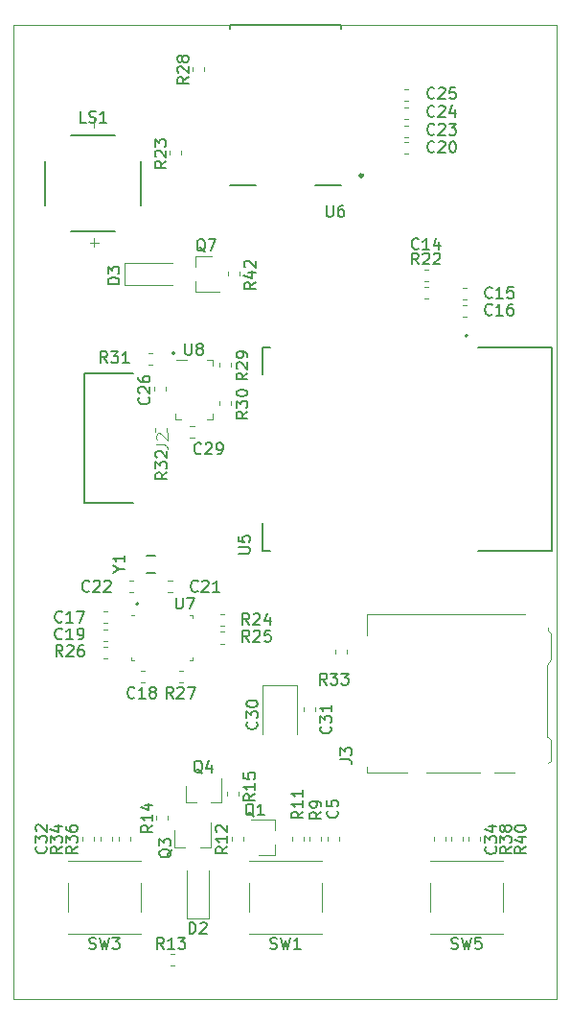
<source format=gto>
G04 #@! TF.GenerationSoftware,KiCad,Pcbnew,5.1.8-db9833491~88~ubuntu20.04.1*
G04 #@! TF.CreationDate,2020-12-09T06:14:29+01:00*
G04 #@! TF.ProjectId,v1,76312e6b-6963-4616-945f-706362585858,rev?*
G04 #@! TF.SameCoordinates,Original*
G04 #@! TF.FileFunction,Legend,Top*
G04 #@! TF.FilePolarity,Positive*
%FSLAX46Y46*%
G04 Gerber Fmt 4.6, Leading zero omitted, Abs format (unit mm)*
G04 Created by KiCad (PCBNEW 5.1.8-db9833491~88~ubuntu20.04.1) date 2020-12-09 06:14:29*
%MOMM*%
%LPD*%
G01*
G04 APERTURE LIST*
%ADD10C,0.200000*%
G04 #@! TA.AperFunction,Profile*
%ADD11C,0.050000*%
G04 #@! TD*
%ADD12C,0.120000*%
%ADD13C,0.127000*%
%ADD14C,0.300000*%
%ADD15C,0.150000*%
%ADD16C,0.015000*%
G04 APERTURE END LIST*
D10*
X134200000Y-101000000D02*
G75*
G03*
X134200000Y-101000000I-100000J0D01*
G01*
X131000000Y-123100000D02*
G75*
G03*
X131000000Y-123100000I-100000J0D01*
G01*
D11*
X120000000Y-72000000D02*
X168000000Y-72000000D01*
X120000000Y-72000000D02*
X120000000Y-158000000D01*
X168000000Y-158000000D02*
X168000000Y-72000000D01*
X120000000Y-158000000D02*
X168000000Y-158000000D01*
D12*
X138890000Y-94171267D02*
X138890000Y-93828733D01*
X139910000Y-94171267D02*
X139910000Y-93828733D01*
D13*
X130500000Y-102800000D02*
X126200000Y-102800000D01*
X126200000Y-102800000D02*
X126200000Y-114200000D01*
X126200000Y-114200000D02*
X130500000Y-114200000D01*
X132450000Y-118850000D02*
X131750000Y-118850000D01*
X132450000Y-120350000D02*
X131750000Y-120350000D01*
D12*
X137050000Y-101600000D02*
X137550000Y-101600000D01*
X137550000Y-101600000D02*
X137550000Y-102100000D01*
X137550000Y-106300000D02*
X137550000Y-106800000D01*
X137550000Y-106800000D02*
X137050000Y-106800000D01*
X134750000Y-106800000D02*
X134250000Y-106800000D01*
X134250000Y-106800000D02*
X134250000Y-106300000D01*
X134350000Y-101600000D02*
X135300000Y-101600000D01*
X135810000Y-124090000D02*
X135810000Y-124350000D01*
X135810000Y-124090000D02*
X135550000Y-124090000D01*
X135810000Y-128110000D02*
X135810000Y-127850000D01*
X135810000Y-128110000D02*
X135550000Y-128110000D01*
X130390000Y-124090000D02*
X130650000Y-124090000D01*
X130390000Y-128110000D02*
X130390000Y-127850000D01*
X130390000Y-128110000D02*
X130650000Y-128110000D01*
D13*
X148875000Y-86175000D02*
X146650000Y-86175000D01*
X141350000Y-86175000D02*
X139125000Y-86175000D01*
X148875000Y-72400000D02*
X148875000Y-72025000D01*
X148875000Y-72025000D02*
X139125000Y-72025000D01*
X139125000Y-72025000D02*
X139125000Y-72400000D01*
D14*
X150800000Y-85300000D02*
G75*
G03*
X150800000Y-85300000I-100000J0D01*
G01*
D10*
X160100000Y-99450000D02*
G75*
G03*
X160100000Y-99450000I-100000J0D01*
G01*
D13*
X142650000Y-100450000D02*
X142000000Y-100450000D01*
X142000000Y-100450000D02*
X142000000Y-102900000D01*
X142000000Y-116000000D02*
X142000000Y-118450000D01*
X142000000Y-118450000D02*
X142650000Y-118450000D01*
X161000000Y-100450000D02*
X167500000Y-100450000D01*
X167500000Y-100450000D02*
X167500000Y-118450000D01*
X167500000Y-118450000D02*
X161000000Y-118450000D01*
D12*
X163230000Y-145770000D02*
X163230000Y-145800000D01*
X163230000Y-152230000D02*
X163230000Y-152200000D01*
X156770000Y-152230000D02*
X156770000Y-152200000D01*
X156770000Y-145800000D02*
X156770000Y-145770000D01*
X163230000Y-147700000D02*
X163230000Y-150300000D01*
X156770000Y-145770000D02*
X163230000Y-145770000D01*
X156770000Y-147700000D02*
X156770000Y-150300000D01*
X156770000Y-152230000D02*
X163230000Y-152230000D01*
X131230000Y-145770000D02*
X131230000Y-145800000D01*
X131230000Y-152230000D02*
X131230000Y-152200000D01*
X124770000Y-152230000D02*
X124770000Y-152200000D01*
X124770000Y-145800000D02*
X124770000Y-145770000D01*
X131230000Y-147700000D02*
X131230000Y-150300000D01*
X124770000Y-145770000D02*
X131230000Y-145770000D01*
X124770000Y-147700000D02*
X124770000Y-150300000D01*
X124770000Y-152230000D02*
X131230000Y-152230000D01*
X147230000Y-145770000D02*
X147230000Y-145800000D01*
X147230000Y-152230000D02*
X147230000Y-152200000D01*
X140770000Y-152230000D02*
X140770000Y-152200000D01*
X140770000Y-145800000D02*
X140770000Y-145770000D01*
X147230000Y-147700000D02*
X147230000Y-150300000D01*
X140770000Y-145770000D02*
X147230000Y-145770000D01*
X140770000Y-147700000D02*
X140770000Y-150300000D01*
X140770000Y-152230000D02*
X147230000Y-152230000D01*
X160190000Y-143971267D02*
X160190000Y-143628733D01*
X161210000Y-143971267D02*
X161210000Y-143628733D01*
X159660000Y-143628733D02*
X159660000Y-143971267D01*
X158640000Y-143628733D02*
X158640000Y-143971267D01*
X129290000Y-143971267D02*
X129290000Y-143628733D01*
X130310000Y-143971267D02*
X130310000Y-143628733D01*
X128710000Y-143628733D02*
X128710000Y-143971267D01*
X127690000Y-143628733D02*
X127690000Y-143971267D01*
X149410000Y-127128733D02*
X149410000Y-127471267D01*
X148390000Y-127128733D02*
X148390000Y-127471267D01*
X132490000Y-107971267D02*
X132490000Y-107628733D01*
X133510000Y-107971267D02*
X133510000Y-107628733D01*
X132271267Y-102010000D02*
X131928733Y-102010000D01*
X132271267Y-100990000D02*
X131928733Y-100990000D01*
X138190000Y-105571267D02*
X138190000Y-105228733D01*
X139210000Y-105571267D02*
X139210000Y-105228733D01*
X139210000Y-101828733D02*
X139210000Y-102171267D01*
X138190000Y-101828733D02*
X138190000Y-102171267D01*
X136810000Y-75728733D02*
X136810000Y-76071267D01*
X135790000Y-75728733D02*
X135790000Y-76071267D01*
X134921267Y-130060000D02*
X134578733Y-130060000D01*
X134921267Y-129040000D02*
X134578733Y-129040000D01*
X127928733Y-126890000D02*
X128271267Y-126890000D01*
X127928733Y-127910000D02*
X128271267Y-127910000D01*
X138596267Y-126610000D02*
X138253733Y-126610000D01*
X138596267Y-125590000D02*
X138253733Y-125590000D01*
X138571267Y-125060000D02*
X138228733Y-125060000D01*
X138571267Y-124040000D02*
X138228733Y-124040000D01*
X133790000Y-83471267D02*
X133790000Y-83128733D01*
X134810000Y-83471267D02*
X134810000Y-83128733D01*
X156621267Y-96210000D02*
X156278733Y-96210000D01*
X156621267Y-95190000D02*
X156278733Y-95190000D01*
X139860000Y-139678733D02*
X139860000Y-140021267D01*
X138840000Y-139678733D02*
X138840000Y-140021267D01*
X132590000Y-142121267D02*
X132590000Y-141778733D01*
X133610000Y-142121267D02*
X133610000Y-141778733D01*
X133803733Y-153990000D02*
X134146267Y-153990000D01*
X133803733Y-155010000D02*
X134146267Y-155010000D01*
X139240000Y-143971267D02*
X139240000Y-143628733D01*
X140260000Y-143971267D02*
X140260000Y-143628733D01*
X144590000Y-143971267D02*
X144590000Y-143628733D01*
X145610000Y-143971267D02*
X145610000Y-143628733D01*
X146140000Y-143971267D02*
X146140000Y-143628733D01*
X147160000Y-143971267D02*
X147160000Y-143628733D01*
X136040000Y-92420000D02*
X136040000Y-93350000D01*
X136040000Y-95580000D02*
X136040000Y-94650000D01*
X136040000Y-95580000D02*
X138200000Y-95580000D01*
X136040000Y-92420000D02*
X137500000Y-92420000D01*
X135170000Y-140660000D02*
X136100000Y-140660000D01*
X138330000Y-140660000D02*
X137400000Y-140660000D01*
X138330000Y-140660000D02*
X138330000Y-138500000D01*
X135170000Y-140660000D02*
X135170000Y-139200000D01*
X134220000Y-144560000D02*
X135150000Y-144560000D01*
X137380000Y-144560000D02*
X136450000Y-144560000D01*
X137380000Y-144560000D02*
X137380000Y-142400000D01*
X134220000Y-144560000D02*
X134220000Y-143100000D01*
X143110000Y-145280000D02*
X143110000Y-144350000D01*
X143110000Y-142120000D02*
X143110000Y-143050000D01*
X143110000Y-142120000D02*
X140950000Y-142120000D01*
X143110000Y-145280000D02*
X141650000Y-145280000D01*
D13*
X128930000Y-90250000D02*
X125070000Y-90250000D01*
X131250000Y-84070000D02*
X131250000Y-87930000D01*
X125070000Y-81750000D02*
X128930000Y-81750000D01*
X122750000Y-87930000D02*
X122750000Y-84070000D01*
D12*
X151165000Y-125925000D02*
X151165000Y-124005000D01*
X151165000Y-124005000D02*
X165175000Y-124005000D01*
X151165000Y-137525000D02*
X151165000Y-137975000D01*
X151165000Y-137975000D02*
X154775000Y-137975000D01*
X167435000Y-125685000D02*
X167435000Y-127995000D01*
X167435000Y-136945000D02*
X167435000Y-135085000D01*
X167435000Y-136945000D02*
X167235000Y-137145000D01*
X156475000Y-137975000D02*
X161175000Y-137975000D01*
X162475000Y-137975000D02*
X164275000Y-137975000D01*
X167085000Y-134875000D02*
X167085000Y-128505000D01*
X167085000Y-134875000D02*
X167235000Y-134875000D01*
X167435000Y-135085000D02*
X167235000Y-134875000D01*
X167435000Y-125685000D02*
X167235000Y-125485000D01*
X167235000Y-125485000D02*
X167235000Y-125225000D01*
X167435000Y-127995000D02*
X167085000Y-128505000D01*
X134050000Y-93000000D02*
X129750000Y-93000000D01*
X129750000Y-93000000D02*
X129750000Y-95000000D01*
X129750000Y-95000000D02*
X134050000Y-95000000D01*
X135250000Y-146600000D02*
X135250000Y-150900000D01*
X135250000Y-150900000D02*
X137250000Y-150900000D01*
X137250000Y-150900000D02*
X137250000Y-146600000D01*
X158110000Y-143628733D02*
X158110000Y-143971267D01*
X157090000Y-143628733D02*
X157090000Y-143971267D01*
X127110000Y-143628733D02*
X127110000Y-143971267D01*
X126090000Y-143628733D02*
X126090000Y-143971267D01*
X146610000Y-132228733D02*
X146610000Y-132571267D01*
X145590000Y-132228733D02*
X145590000Y-132571267D01*
X145010000Y-134650000D02*
X145010000Y-130265000D01*
X145010000Y-130265000D02*
X141990000Y-130265000D01*
X141990000Y-130265000D02*
X141990000Y-134650000D01*
X135578733Y-107440000D02*
X135921267Y-107440000D01*
X135578733Y-108460000D02*
X135921267Y-108460000D01*
X132440000Y-104321267D02*
X132440000Y-103978733D01*
X133460000Y-104321267D02*
X133460000Y-103978733D01*
X154528733Y-77690000D02*
X154871267Y-77690000D01*
X154528733Y-78710000D02*
X154871267Y-78710000D01*
X154528733Y-79290000D02*
X154871267Y-79290000D01*
X154528733Y-80310000D02*
X154871267Y-80310000D01*
X154528733Y-80890000D02*
X154871267Y-80890000D01*
X154528733Y-81910000D02*
X154871267Y-81910000D01*
X130228733Y-121090000D02*
X130571267Y-121090000D01*
X130228733Y-122110000D02*
X130571267Y-122110000D01*
X133971267Y-122110000D02*
X133628733Y-122110000D01*
X133971267Y-121090000D02*
X133628733Y-121090000D01*
X154528733Y-82390000D02*
X154871267Y-82390000D01*
X154528733Y-83410000D02*
X154871267Y-83410000D01*
X127928733Y-125340000D02*
X128271267Y-125340000D01*
X127928733Y-126360000D02*
X128271267Y-126360000D01*
X131521267Y-130060000D02*
X131178733Y-130060000D01*
X131521267Y-129040000D02*
X131178733Y-129040000D01*
X127928733Y-123790000D02*
X128271267Y-123790000D01*
X127928733Y-124810000D02*
X128271267Y-124810000D01*
X159678733Y-96790000D02*
X160021267Y-96790000D01*
X159678733Y-97810000D02*
X160021267Y-97810000D01*
X159678733Y-95240000D02*
X160021267Y-95240000D01*
X159678733Y-96260000D02*
X160021267Y-96260000D01*
X156278733Y-93590000D02*
X156621267Y-93590000D01*
X156278733Y-94610000D02*
X156621267Y-94610000D01*
X148710000Y-143628733D02*
X148710000Y-143971267D01*
X147690000Y-143628733D02*
X147690000Y-143971267D01*
D15*
X141352380Y-94742857D02*
X140876190Y-95076190D01*
X141352380Y-95314285D02*
X140352380Y-95314285D01*
X140352380Y-94933333D01*
X140400000Y-94838095D01*
X140447619Y-94790476D01*
X140542857Y-94742857D01*
X140685714Y-94742857D01*
X140780952Y-94790476D01*
X140828571Y-94838095D01*
X140876190Y-94933333D01*
X140876190Y-95314285D01*
X140685714Y-93885714D02*
X141352380Y-93885714D01*
X140304761Y-94123809D02*
X141019047Y-94361904D01*
X141019047Y-93742857D01*
X140447619Y-93409523D02*
X140400000Y-93361904D01*
X140352380Y-93266666D01*
X140352380Y-93028571D01*
X140400000Y-92933333D01*
X140447619Y-92885714D01*
X140542857Y-92838095D01*
X140638095Y-92838095D01*
X140780952Y-92885714D01*
X141352380Y-93457142D01*
X141352380Y-92838095D01*
D16*
X132577480Y-109064333D02*
X133291766Y-109064333D01*
X133434623Y-109111952D01*
X133529861Y-109207190D01*
X133577480Y-109350047D01*
X133577480Y-109445285D01*
X132672719Y-108635761D02*
X132625100Y-108588142D01*
X132577480Y-108492904D01*
X132577480Y-108254809D01*
X132625100Y-108159571D01*
X132672719Y-108111952D01*
X132767957Y-108064333D01*
X132863195Y-108064333D01*
X133006052Y-108111952D01*
X133577480Y-108683380D01*
X133577480Y-108064333D01*
D15*
X129276190Y-120026190D02*
X129752380Y-120026190D01*
X128752380Y-120359523D02*
X129276190Y-120026190D01*
X128752380Y-119692857D01*
X129752380Y-118835714D02*
X129752380Y-119407142D01*
X129752380Y-119121428D02*
X128752380Y-119121428D01*
X128895238Y-119216666D01*
X128990476Y-119311904D01*
X129038095Y-119407142D01*
X135138095Y-100152380D02*
X135138095Y-100961904D01*
X135185714Y-101057142D01*
X135233333Y-101104761D01*
X135328571Y-101152380D01*
X135519047Y-101152380D01*
X135614285Y-101104761D01*
X135661904Y-101057142D01*
X135709523Y-100961904D01*
X135709523Y-100152380D01*
X136328571Y-100580952D02*
X136233333Y-100533333D01*
X136185714Y-100485714D01*
X136138095Y-100390476D01*
X136138095Y-100342857D01*
X136185714Y-100247619D01*
X136233333Y-100200000D01*
X136328571Y-100152380D01*
X136519047Y-100152380D01*
X136614285Y-100200000D01*
X136661904Y-100247619D01*
X136709523Y-100342857D01*
X136709523Y-100390476D01*
X136661904Y-100485714D01*
X136614285Y-100533333D01*
X136519047Y-100580952D01*
X136328571Y-100580952D01*
X136233333Y-100628571D01*
X136185714Y-100676190D01*
X136138095Y-100771428D01*
X136138095Y-100961904D01*
X136185714Y-101057142D01*
X136233333Y-101104761D01*
X136328571Y-101152380D01*
X136519047Y-101152380D01*
X136614285Y-101104761D01*
X136661904Y-101057142D01*
X136709523Y-100961904D01*
X136709523Y-100771428D01*
X136661904Y-100676190D01*
X136614285Y-100628571D01*
X136519047Y-100580952D01*
X134338095Y-122552380D02*
X134338095Y-123361904D01*
X134385714Y-123457142D01*
X134433333Y-123504761D01*
X134528571Y-123552380D01*
X134719047Y-123552380D01*
X134814285Y-123504761D01*
X134861904Y-123457142D01*
X134909523Y-123361904D01*
X134909523Y-122552380D01*
X135290476Y-122552380D02*
X135957142Y-122552380D01*
X135528571Y-123552380D01*
X147637165Y-87951712D02*
X147637165Y-88762224D01*
X147684842Y-88857578D01*
X147732520Y-88905255D01*
X147827874Y-88952932D01*
X148018582Y-88952932D01*
X148113937Y-88905255D01*
X148161614Y-88857578D01*
X148209291Y-88762224D01*
X148209291Y-87951712D01*
X149115157Y-87951712D02*
X148924448Y-87951712D01*
X148829094Y-87999390D01*
X148781417Y-88047067D01*
X148686062Y-88190098D01*
X148638385Y-88380807D01*
X148638385Y-88762224D01*
X148686062Y-88857578D01*
X148733740Y-88905255D01*
X148829094Y-88952932D01*
X149019802Y-88952932D01*
X149115157Y-88905255D01*
X149162834Y-88857578D01*
X149210511Y-88762224D01*
X149210511Y-88523838D01*
X149162834Y-88428484D01*
X149115157Y-88380807D01*
X149019802Y-88333130D01*
X148829094Y-88333130D01*
X148733740Y-88380807D01*
X148686062Y-88428484D01*
X148638385Y-88523838D01*
X139852380Y-118661904D02*
X140661904Y-118661904D01*
X140757142Y-118614285D01*
X140804761Y-118566666D01*
X140852380Y-118471428D01*
X140852380Y-118280952D01*
X140804761Y-118185714D01*
X140757142Y-118138095D01*
X140661904Y-118090476D01*
X139852380Y-118090476D01*
X139852380Y-117138095D02*
X139852380Y-117614285D01*
X140328571Y-117661904D01*
X140280952Y-117614285D01*
X140233333Y-117519047D01*
X140233333Y-117280952D01*
X140280952Y-117185714D01*
X140328571Y-117138095D01*
X140423809Y-117090476D01*
X140661904Y-117090476D01*
X140757142Y-117138095D01*
X140804761Y-117185714D01*
X140852380Y-117280952D01*
X140852380Y-117519047D01*
X140804761Y-117614285D01*
X140757142Y-117661904D01*
X158666666Y-153504761D02*
X158809523Y-153552380D01*
X159047619Y-153552380D01*
X159142857Y-153504761D01*
X159190476Y-153457142D01*
X159238095Y-153361904D01*
X159238095Y-153266666D01*
X159190476Y-153171428D01*
X159142857Y-153123809D01*
X159047619Y-153076190D01*
X158857142Y-153028571D01*
X158761904Y-152980952D01*
X158714285Y-152933333D01*
X158666666Y-152838095D01*
X158666666Y-152742857D01*
X158714285Y-152647619D01*
X158761904Y-152600000D01*
X158857142Y-152552380D01*
X159095238Y-152552380D01*
X159238095Y-152600000D01*
X159571428Y-152552380D02*
X159809523Y-153552380D01*
X160000000Y-152838095D01*
X160190476Y-153552380D01*
X160428571Y-152552380D01*
X161285714Y-152552380D02*
X160809523Y-152552380D01*
X160761904Y-153028571D01*
X160809523Y-152980952D01*
X160904761Y-152933333D01*
X161142857Y-152933333D01*
X161238095Y-152980952D01*
X161285714Y-153028571D01*
X161333333Y-153123809D01*
X161333333Y-153361904D01*
X161285714Y-153457142D01*
X161238095Y-153504761D01*
X161142857Y-153552380D01*
X160904761Y-153552380D01*
X160809523Y-153504761D01*
X160761904Y-153457142D01*
X126666666Y-153504761D02*
X126809523Y-153552380D01*
X127047619Y-153552380D01*
X127142857Y-153504761D01*
X127190476Y-153457142D01*
X127238095Y-153361904D01*
X127238095Y-153266666D01*
X127190476Y-153171428D01*
X127142857Y-153123809D01*
X127047619Y-153076190D01*
X126857142Y-153028571D01*
X126761904Y-152980952D01*
X126714285Y-152933333D01*
X126666666Y-152838095D01*
X126666666Y-152742857D01*
X126714285Y-152647619D01*
X126761904Y-152600000D01*
X126857142Y-152552380D01*
X127095238Y-152552380D01*
X127238095Y-152600000D01*
X127571428Y-152552380D02*
X127809523Y-153552380D01*
X128000000Y-152838095D01*
X128190476Y-153552380D01*
X128428571Y-152552380D01*
X128714285Y-152552380D02*
X129333333Y-152552380D01*
X129000000Y-152933333D01*
X129142857Y-152933333D01*
X129238095Y-152980952D01*
X129285714Y-153028571D01*
X129333333Y-153123809D01*
X129333333Y-153361904D01*
X129285714Y-153457142D01*
X129238095Y-153504761D01*
X129142857Y-153552380D01*
X128857142Y-153552380D01*
X128761904Y-153504761D01*
X128714285Y-153457142D01*
X142666666Y-153504761D02*
X142809523Y-153552380D01*
X143047619Y-153552380D01*
X143142857Y-153504761D01*
X143190476Y-153457142D01*
X143238095Y-153361904D01*
X143238095Y-153266666D01*
X143190476Y-153171428D01*
X143142857Y-153123809D01*
X143047619Y-153076190D01*
X142857142Y-153028571D01*
X142761904Y-152980952D01*
X142714285Y-152933333D01*
X142666666Y-152838095D01*
X142666666Y-152742857D01*
X142714285Y-152647619D01*
X142761904Y-152600000D01*
X142857142Y-152552380D01*
X143095238Y-152552380D01*
X143238095Y-152600000D01*
X143571428Y-152552380D02*
X143809523Y-153552380D01*
X144000000Y-152838095D01*
X144190476Y-153552380D01*
X144428571Y-152552380D01*
X145333333Y-153552380D02*
X144761904Y-153552380D01*
X145047619Y-153552380D02*
X145047619Y-152552380D01*
X144952380Y-152695238D01*
X144857142Y-152790476D01*
X144761904Y-152838095D01*
X165252380Y-144542857D02*
X164776190Y-144876190D01*
X165252380Y-145114285D02*
X164252380Y-145114285D01*
X164252380Y-144733333D01*
X164300000Y-144638095D01*
X164347619Y-144590476D01*
X164442857Y-144542857D01*
X164585714Y-144542857D01*
X164680952Y-144590476D01*
X164728571Y-144638095D01*
X164776190Y-144733333D01*
X164776190Y-145114285D01*
X164585714Y-143685714D02*
X165252380Y-143685714D01*
X164204761Y-143923809D02*
X164919047Y-144161904D01*
X164919047Y-143542857D01*
X164252380Y-142971428D02*
X164252380Y-142876190D01*
X164300000Y-142780952D01*
X164347619Y-142733333D01*
X164442857Y-142685714D01*
X164633333Y-142638095D01*
X164871428Y-142638095D01*
X165061904Y-142685714D01*
X165157142Y-142733333D01*
X165204761Y-142780952D01*
X165252380Y-142876190D01*
X165252380Y-142971428D01*
X165204761Y-143066666D01*
X165157142Y-143114285D01*
X165061904Y-143161904D01*
X164871428Y-143209523D01*
X164633333Y-143209523D01*
X164442857Y-143161904D01*
X164347619Y-143114285D01*
X164300000Y-143066666D01*
X164252380Y-142971428D01*
X163952380Y-144542857D02*
X163476190Y-144876190D01*
X163952380Y-145114285D02*
X162952380Y-145114285D01*
X162952380Y-144733333D01*
X163000000Y-144638095D01*
X163047619Y-144590476D01*
X163142857Y-144542857D01*
X163285714Y-144542857D01*
X163380952Y-144590476D01*
X163428571Y-144638095D01*
X163476190Y-144733333D01*
X163476190Y-145114285D01*
X162952380Y-144209523D02*
X162952380Y-143590476D01*
X163333333Y-143923809D01*
X163333333Y-143780952D01*
X163380952Y-143685714D01*
X163428571Y-143638095D01*
X163523809Y-143590476D01*
X163761904Y-143590476D01*
X163857142Y-143638095D01*
X163904761Y-143685714D01*
X163952380Y-143780952D01*
X163952380Y-144066666D01*
X163904761Y-144161904D01*
X163857142Y-144209523D01*
X163380952Y-143019047D02*
X163333333Y-143114285D01*
X163285714Y-143161904D01*
X163190476Y-143209523D01*
X163142857Y-143209523D01*
X163047619Y-143161904D01*
X163000000Y-143114285D01*
X162952380Y-143019047D01*
X162952380Y-142828571D01*
X163000000Y-142733333D01*
X163047619Y-142685714D01*
X163142857Y-142638095D01*
X163190476Y-142638095D01*
X163285714Y-142685714D01*
X163333333Y-142733333D01*
X163380952Y-142828571D01*
X163380952Y-143019047D01*
X163428571Y-143114285D01*
X163476190Y-143161904D01*
X163571428Y-143209523D01*
X163761904Y-143209523D01*
X163857142Y-143161904D01*
X163904761Y-143114285D01*
X163952380Y-143019047D01*
X163952380Y-142828571D01*
X163904761Y-142733333D01*
X163857142Y-142685714D01*
X163761904Y-142638095D01*
X163571428Y-142638095D01*
X163476190Y-142685714D01*
X163428571Y-142733333D01*
X163380952Y-142828571D01*
X125602380Y-144542857D02*
X125126190Y-144876190D01*
X125602380Y-145114285D02*
X124602380Y-145114285D01*
X124602380Y-144733333D01*
X124650000Y-144638095D01*
X124697619Y-144590476D01*
X124792857Y-144542857D01*
X124935714Y-144542857D01*
X125030952Y-144590476D01*
X125078571Y-144638095D01*
X125126190Y-144733333D01*
X125126190Y-145114285D01*
X124602380Y-144209523D02*
X124602380Y-143590476D01*
X124983333Y-143923809D01*
X124983333Y-143780952D01*
X125030952Y-143685714D01*
X125078571Y-143638095D01*
X125173809Y-143590476D01*
X125411904Y-143590476D01*
X125507142Y-143638095D01*
X125554761Y-143685714D01*
X125602380Y-143780952D01*
X125602380Y-144066666D01*
X125554761Y-144161904D01*
X125507142Y-144209523D01*
X124602380Y-142733333D02*
X124602380Y-142923809D01*
X124650000Y-143019047D01*
X124697619Y-143066666D01*
X124840476Y-143161904D01*
X125030952Y-143209523D01*
X125411904Y-143209523D01*
X125507142Y-143161904D01*
X125554761Y-143114285D01*
X125602380Y-143019047D01*
X125602380Y-142828571D01*
X125554761Y-142733333D01*
X125507142Y-142685714D01*
X125411904Y-142638095D01*
X125173809Y-142638095D01*
X125078571Y-142685714D01*
X125030952Y-142733333D01*
X124983333Y-142828571D01*
X124983333Y-143019047D01*
X125030952Y-143114285D01*
X125078571Y-143161904D01*
X125173809Y-143209523D01*
X124252380Y-144542857D02*
X123776190Y-144876190D01*
X124252380Y-145114285D02*
X123252380Y-145114285D01*
X123252380Y-144733333D01*
X123300000Y-144638095D01*
X123347619Y-144590476D01*
X123442857Y-144542857D01*
X123585714Y-144542857D01*
X123680952Y-144590476D01*
X123728571Y-144638095D01*
X123776190Y-144733333D01*
X123776190Y-145114285D01*
X123252380Y-144209523D02*
X123252380Y-143590476D01*
X123633333Y-143923809D01*
X123633333Y-143780952D01*
X123680952Y-143685714D01*
X123728571Y-143638095D01*
X123823809Y-143590476D01*
X124061904Y-143590476D01*
X124157142Y-143638095D01*
X124204761Y-143685714D01*
X124252380Y-143780952D01*
X124252380Y-144066666D01*
X124204761Y-144161904D01*
X124157142Y-144209523D01*
X123585714Y-142733333D02*
X124252380Y-142733333D01*
X123204761Y-142971428D02*
X123919047Y-143209523D01*
X123919047Y-142590476D01*
X147657142Y-130252380D02*
X147323809Y-129776190D01*
X147085714Y-130252380D02*
X147085714Y-129252380D01*
X147466666Y-129252380D01*
X147561904Y-129300000D01*
X147609523Y-129347619D01*
X147657142Y-129442857D01*
X147657142Y-129585714D01*
X147609523Y-129680952D01*
X147561904Y-129728571D01*
X147466666Y-129776190D01*
X147085714Y-129776190D01*
X147990476Y-129252380D02*
X148609523Y-129252380D01*
X148276190Y-129633333D01*
X148419047Y-129633333D01*
X148514285Y-129680952D01*
X148561904Y-129728571D01*
X148609523Y-129823809D01*
X148609523Y-130061904D01*
X148561904Y-130157142D01*
X148514285Y-130204761D01*
X148419047Y-130252380D01*
X148133333Y-130252380D01*
X148038095Y-130204761D01*
X147990476Y-130157142D01*
X148942857Y-129252380D02*
X149561904Y-129252380D01*
X149228571Y-129633333D01*
X149371428Y-129633333D01*
X149466666Y-129680952D01*
X149514285Y-129728571D01*
X149561904Y-129823809D01*
X149561904Y-130061904D01*
X149514285Y-130157142D01*
X149466666Y-130204761D01*
X149371428Y-130252380D01*
X149085714Y-130252380D01*
X148990476Y-130204761D01*
X148942857Y-130157142D01*
X133527380Y-111517857D02*
X133051190Y-111851190D01*
X133527380Y-112089285D02*
X132527380Y-112089285D01*
X132527380Y-111708333D01*
X132575000Y-111613095D01*
X132622619Y-111565476D01*
X132717857Y-111517857D01*
X132860714Y-111517857D01*
X132955952Y-111565476D01*
X133003571Y-111613095D01*
X133051190Y-111708333D01*
X133051190Y-112089285D01*
X132527380Y-111184523D02*
X132527380Y-110565476D01*
X132908333Y-110898809D01*
X132908333Y-110755952D01*
X132955952Y-110660714D01*
X133003571Y-110613095D01*
X133098809Y-110565476D01*
X133336904Y-110565476D01*
X133432142Y-110613095D01*
X133479761Y-110660714D01*
X133527380Y-110755952D01*
X133527380Y-111041666D01*
X133479761Y-111136904D01*
X133432142Y-111184523D01*
X132622619Y-110184523D02*
X132575000Y-110136904D01*
X132527380Y-110041666D01*
X132527380Y-109803571D01*
X132575000Y-109708333D01*
X132622619Y-109660714D01*
X132717857Y-109613095D01*
X132813095Y-109613095D01*
X132955952Y-109660714D01*
X133527380Y-110232142D01*
X133527380Y-109613095D01*
X128257142Y-101852380D02*
X127923809Y-101376190D01*
X127685714Y-101852380D02*
X127685714Y-100852380D01*
X128066666Y-100852380D01*
X128161904Y-100900000D01*
X128209523Y-100947619D01*
X128257142Y-101042857D01*
X128257142Y-101185714D01*
X128209523Y-101280952D01*
X128161904Y-101328571D01*
X128066666Y-101376190D01*
X127685714Y-101376190D01*
X128590476Y-100852380D02*
X129209523Y-100852380D01*
X128876190Y-101233333D01*
X129019047Y-101233333D01*
X129114285Y-101280952D01*
X129161904Y-101328571D01*
X129209523Y-101423809D01*
X129209523Y-101661904D01*
X129161904Y-101757142D01*
X129114285Y-101804761D01*
X129019047Y-101852380D01*
X128733333Y-101852380D01*
X128638095Y-101804761D01*
X128590476Y-101757142D01*
X130161904Y-101852380D02*
X129590476Y-101852380D01*
X129876190Y-101852380D02*
X129876190Y-100852380D01*
X129780952Y-100995238D01*
X129685714Y-101090476D01*
X129590476Y-101138095D01*
X140652380Y-106142857D02*
X140176190Y-106476190D01*
X140652380Y-106714285D02*
X139652380Y-106714285D01*
X139652380Y-106333333D01*
X139700000Y-106238095D01*
X139747619Y-106190476D01*
X139842857Y-106142857D01*
X139985714Y-106142857D01*
X140080952Y-106190476D01*
X140128571Y-106238095D01*
X140176190Y-106333333D01*
X140176190Y-106714285D01*
X139652380Y-105809523D02*
X139652380Y-105190476D01*
X140033333Y-105523809D01*
X140033333Y-105380952D01*
X140080952Y-105285714D01*
X140128571Y-105238095D01*
X140223809Y-105190476D01*
X140461904Y-105190476D01*
X140557142Y-105238095D01*
X140604761Y-105285714D01*
X140652380Y-105380952D01*
X140652380Y-105666666D01*
X140604761Y-105761904D01*
X140557142Y-105809523D01*
X139652380Y-104571428D02*
X139652380Y-104476190D01*
X139700000Y-104380952D01*
X139747619Y-104333333D01*
X139842857Y-104285714D01*
X140033333Y-104238095D01*
X140271428Y-104238095D01*
X140461904Y-104285714D01*
X140557142Y-104333333D01*
X140604761Y-104380952D01*
X140652380Y-104476190D01*
X140652380Y-104571428D01*
X140604761Y-104666666D01*
X140557142Y-104714285D01*
X140461904Y-104761904D01*
X140271428Y-104809523D01*
X140033333Y-104809523D01*
X139842857Y-104761904D01*
X139747619Y-104714285D01*
X139700000Y-104666666D01*
X139652380Y-104571428D01*
X140652380Y-102742857D02*
X140176190Y-103076190D01*
X140652380Y-103314285D02*
X139652380Y-103314285D01*
X139652380Y-102933333D01*
X139700000Y-102838095D01*
X139747619Y-102790476D01*
X139842857Y-102742857D01*
X139985714Y-102742857D01*
X140080952Y-102790476D01*
X140128571Y-102838095D01*
X140176190Y-102933333D01*
X140176190Y-103314285D01*
X139747619Y-102361904D02*
X139700000Y-102314285D01*
X139652380Y-102219047D01*
X139652380Y-101980952D01*
X139700000Y-101885714D01*
X139747619Y-101838095D01*
X139842857Y-101790476D01*
X139938095Y-101790476D01*
X140080952Y-101838095D01*
X140652380Y-102409523D01*
X140652380Y-101790476D01*
X140652380Y-101314285D02*
X140652380Y-101123809D01*
X140604761Y-101028571D01*
X140557142Y-100980952D01*
X140414285Y-100885714D01*
X140223809Y-100838095D01*
X139842857Y-100838095D01*
X139747619Y-100885714D01*
X139700000Y-100933333D01*
X139652380Y-101028571D01*
X139652380Y-101219047D01*
X139700000Y-101314285D01*
X139747619Y-101361904D01*
X139842857Y-101409523D01*
X140080952Y-101409523D01*
X140176190Y-101361904D01*
X140223809Y-101314285D01*
X140271428Y-101219047D01*
X140271428Y-101028571D01*
X140223809Y-100933333D01*
X140176190Y-100885714D01*
X140080952Y-100838095D01*
X135452380Y-76642857D02*
X134976190Y-76976190D01*
X135452380Y-77214285D02*
X134452380Y-77214285D01*
X134452380Y-76833333D01*
X134500000Y-76738095D01*
X134547619Y-76690476D01*
X134642857Y-76642857D01*
X134785714Y-76642857D01*
X134880952Y-76690476D01*
X134928571Y-76738095D01*
X134976190Y-76833333D01*
X134976190Y-77214285D01*
X134547619Y-76261904D02*
X134500000Y-76214285D01*
X134452380Y-76119047D01*
X134452380Y-75880952D01*
X134500000Y-75785714D01*
X134547619Y-75738095D01*
X134642857Y-75690476D01*
X134738095Y-75690476D01*
X134880952Y-75738095D01*
X135452380Y-76309523D01*
X135452380Y-75690476D01*
X134880952Y-75119047D02*
X134833333Y-75214285D01*
X134785714Y-75261904D01*
X134690476Y-75309523D01*
X134642857Y-75309523D01*
X134547619Y-75261904D01*
X134500000Y-75214285D01*
X134452380Y-75119047D01*
X134452380Y-74928571D01*
X134500000Y-74833333D01*
X134547619Y-74785714D01*
X134642857Y-74738095D01*
X134690476Y-74738095D01*
X134785714Y-74785714D01*
X134833333Y-74833333D01*
X134880952Y-74928571D01*
X134880952Y-75119047D01*
X134928571Y-75214285D01*
X134976190Y-75261904D01*
X135071428Y-75309523D01*
X135261904Y-75309523D01*
X135357142Y-75261904D01*
X135404761Y-75214285D01*
X135452380Y-75119047D01*
X135452380Y-74928571D01*
X135404761Y-74833333D01*
X135357142Y-74785714D01*
X135261904Y-74738095D01*
X135071428Y-74738095D01*
X134976190Y-74785714D01*
X134928571Y-74833333D01*
X134880952Y-74928571D01*
X134057142Y-131452380D02*
X133723809Y-130976190D01*
X133485714Y-131452380D02*
X133485714Y-130452380D01*
X133866666Y-130452380D01*
X133961904Y-130500000D01*
X134009523Y-130547619D01*
X134057142Y-130642857D01*
X134057142Y-130785714D01*
X134009523Y-130880952D01*
X133961904Y-130928571D01*
X133866666Y-130976190D01*
X133485714Y-130976190D01*
X134438095Y-130547619D02*
X134485714Y-130500000D01*
X134580952Y-130452380D01*
X134819047Y-130452380D01*
X134914285Y-130500000D01*
X134961904Y-130547619D01*
X135009523Y-130642857D01*
X135009523Y-130738095D01*
X134961904Y-130880952D01*
X134390476Y-131452380D01*
X135009523Y-131452380D01*
X135342857Y-130452380D02*
X136009523Y-130452380D01*
X135580952Y-131452380D01*
X124307142Y-127752380D02*
X123973809Y-127276190D01*
X123735714Y-127752380D02*
X123735714Y-126752380D01*
X124116666Y-126752380D01*
X124211904Y-126800000D01*
X124259523Y-126847619D01*
X124307142Y-126942857D01*
X124307142Y-127085714D01*
X124259523Y-127180952D01*
X124211904Y-127228571D01*
X124116666Y-127276190D01*
X123735714Y-127276190D01*
X124688095Y-126847619D02*
X124735714Y-126800000D01*
X124830952Y-126752380D01*
X125069047Y-126752380D01*
X125164285Y-126800000D01*
X125211904Y-126847619D01*
X125259523Y-126942857D01*
X125259523Y-127038095D01*
X125211904Y-127180952D01*
X124640476Y-127752380D01*
X125259523Y-127752380D01*
X126116666Y-126752380D02*
X125926190Y-126752380D01*
X125830952Y-126800000D01*
X125783333Y-126847619D01*
X125688095Y-126990476D01*
X125640476Y-127180952D01*
X125640476Y-127561904D01*
X125688095Y-127657142D01*
X125735714Y-127704761D01*
X125830952Y-127752380D01*
X126021428Y-127752380D01*
X126116666Y-127704761D01*
X126164285Y-127657142D01*
X126211904Y-127561904D01*
X126211904Y-127323809D01*
X126164285Y-127228571D01*
X126116666Y-127180952D01*
X126021428Y-127133333D01*
X125830952Y-127133333D01*
X125735714Y-127180952D01*
X125688095Y-127228571D01*
X125640476Y-127323809D01*
X140807142Y-126452380D02*
X140473809Y-125976190D01*
X140235714Y-126452380D02*
X140235714Y-125452380D01*
X140616666Y-125452380D01*
X140711904Y-125500000D01*
X140759523Y-125547619D01*
X140807142Y-125642857D01*
X140807142Y-125785714D01*
X140759523Y-125880952D01*
X140711904Y-125928571D01*
X140616666Y-125976190D01*
X140235714Y-125976190D01*
X141188095Y-125547619D02*
X141235714Y-125500000D01*
X141330952Y-125452380D01*
X141569047Y-125452380D01*
X141664285Y-125500000D01*
X141711904Y-125547619D01*
X141759523Y-125642857D01*
X141759523Y-125738095D01*
X141711904Y-125880952D01*
X141140476Y-126452380D01*
X141759523Y-126452380D01*
X142664285Y-125452380D02*
X142188095Y-125452380D01*
X142140476Y-125928571D01*
X142188095Y-125880952D01*
X142283333Y-125833333D01*
X142521428Y-125833333D01*
X142616666Y-125880952D01*
X142664285Y-125928571D01*
X142711904Y-126023809D01*
X142711904Y-126261904D01*
X142664285Y-126357142D01*
X142616666Y-126404761D01*
X142521428Y-126452380D01*
X142283333Y-126452380D01*
X142188095Y-126404761D01*
X142140476Y-126357142D01*
X140807142Y-124952380D02*
X140473809Y-124476190D01*
X140235714Y-124952380D02*
X140235714Y-123952380D01*
X140616666Y-123952380D01*
X140711904Y-124000000D01*
X140759523Y-124047619D01*
X140807142Y-124142857D01*
X140807142Y-124285714D01*
X140759523Y-124380952D01*
X140711904Y-124428571D01*
X140616666Y-124476190D01*
X140235714Y-124476190D01*
X141188095Y-124047619D02*
X141235714Y-124000000D01*
X141330952Y-123952380D01*
X141569047Y-123952380D01*
X141664285Y-124000000D01*
X141711904Y-124047619D01*
X141759523Y-124142857D01*
X141759523Y-124238095D01*
X141711904Y-124380952D01*
X141140476Y-124952380D01*
X141759523Y-124952380D01*
X142616666Y-124285714D02*
X142616666Y-124952380D01*
X142378571Y-123904761D02*
X142140476Y-124619047D01*
X142759523Y-124619047D01*
X133452380Y-84042857D02*
X132976190Y-84376190D01*
X133452380Y-84614285D02*
X132452380Y-84614285D01*
X132452380Y-84233333D01*
X132500000Y-84138095D01*
X132547619Y-84090476D01*
X132642857Y-84042857D01*
X132785714Y-84042857D01*
X132880952Y-84090476D01*
X132928571Y-84138095D01*
X132976190Y-84233333D01*
X132976190Y-84614285D01*
X132547619Y-83661904D02*
X132500000Y-83614285D01*
X132452380Y-83519047D01*
X132452380Y-83280952D01*
X132500000Y-83185714D01*
X132547619Y-83138095D01*
X132642857Y-83090476D01*
X132738095Y-83090476D01*
X132880952Y-83138095D01*
X133452380Y-83709523D01*
X133452380Y-83090476D01*
X132452380Y-82757142D02*
X132452380Y-82138095D01*
X132833333Y-82471428D01*
X132833333Y-82328571D01*
X132880952Y-82233333D01*
X132928571Y-82185714D01*
X133023809Y-82138095D01*
X133261904Y-82138095D01*
X133357142Y-82185714D01*
X133404761Y-82233333D01*
X133452380Y-82328571D01*
X133452380Y-82614285D01*
X133404761Y-82709523D01*
X133357142Y-82757142D01*
X155757142Y-93152380D02*
X155423809Y-92676190D01*
X155185714Y-93152380D02*
X155185714Y-92152380D01*
X155566666Y-92152380D01*
X155661904Y-92200000D01*
X155709523Y-92247619D01*
X155757142Y-92342857D01*
X155757142Y-92485714D01*
X155709523Y-92580952D01*
X155661904Y-92628571D01*
X155566666Y-92676190D01*
X155185714Y-92676190D01*
X156138095Y-92247619D02*
X156185714Y-92200000D01*
X156280952Y-92152380D01*
X156519047Y-92152380D01*
X156614285Y-92200000D01*
X156661904Y-92247619D01*
X156709523Y-92342857D01*
X156709523Y-92438095D01*
X156661904Y-92580952D01*
X156090476Y-93152380D01*
X156709523Y-93152380D01*
X157090476Y-92247619D02*
X157138095Y-92200000D01*
X157233333Y-92152380D01*
X157471428Y-92152380D01*
X157566666Y-92200000D01*
X157614285Y-92247619D01*
X157661904Y-92342857D01*
X157661904Y-92438095D01*
X157614285Y-92580952D01*
X157042857Y-93152380D01*
X157661904Y-93152380D01*
X141302380Y-139892857D02*
X140826190Y-140226190D01*
X141302380Y-140464285D02*
X140302380Y-140464285D01*
X140302380Y-140083333D01*
X140350000Y-139988095D01*
X140397619Y-139940476D01*
X140492857Y-139892857D01*
X140635714Y-139892857D01*
X140730952Y-139940476D01*
X140778571Y-139988095D01*
X140826190Y-140083333D01*
X140826190Y-140464285D01*
X141302380Y-138940476D02*
X141302380Y-139511904D01*
X141302380Y-139226190D02*
X140302380Y-139226190D01*
X140445238Y-139321428D01*
X140540476Y-139416666D01*
X140588095Y-139511904D01*
X140302380Y-138035714D02*
X140302380Y-138511904D01*
X140778571Y-138559523D01*
X140730952Y-138511904D01*
X140683333Y-138416666D01*
X140683333Y-138178571D01*
X140730952Y-138083333D01*
X140778571Y-138035714D01*
X140873809Y-137988095D01*
X141111904Y-137988095D01*
X141207142Y-138035714D01*
X141254761Y-138083333D01*
X141302380Y-138178571D01*
X141302380Y-138416666D01*
X141254761Y-138511904D01*
X141207142Y-138559523D01*
X132252380Y-142642857D02*
X131776190Y-142976190D01*
X132252380Y-143214285D02*
X131252380Y-143214285D01*
X131252380Y-142833333D01*
X131300000Y-142738095D01*
X131347619Y-142690476D01*
X131442857Y-142642857D01*
X131585714Y-142642857D01*
X131680952Y-142690476D01*
X131728571Y-142738095D01*
X131776190Y-142833333D01*
X131776190Y-143214285D01*
X132252380Y-141690476D02*
X132252380Y-142261904D01*
X132252380Y-141976190D02*
X131252380Y-141976190D01*
X131395238Y-142071428D01*
X131490476Y-142166666D01*
X131538095Y-142261904D01*
X131585714Y-140833333D02*
X132252380Y-140833333D01*
X131204761Y-141071428D02*
X131919047Y-141309523D01*
X131919047Y-140690476D01*
X133232142Y-153552380D02*
X132898809Y-153076190D01*
X132660714Y-153552380D02*
X132660714Y-152552380D01*
X133041666Y-152552380D01*
X133136904Y-152600000D01*
X133184523Y-152647619D01*
X133232142Y-152742857D01*
X133232142Y-152885714D01*
X133184523Y-152980952D01*
X133136904Y-153028571D01*
X133041666Y-153076190D01*
X132660714Y-153076190D01*
X134184523Y-153552380D02*
X133613095Y-153552380D01*
X133898809Y-153552380D02*
X133898809Y-152552380D01*
X133803571Y-152695238D01*
X133708333Y-152790476D01*
X133613095Y-152838095D01*
X134517857Y-152552380D02*
X135136904Y-152552380D01*
X134803571Y-152933333D01*
X134946428Y-152933333D01*
X135041666Y-152980952D01*
X135089285Y-153028571D01*
X135136904Y-153123809D01*
X135136904Y-153361904D01*
X135089285Y-153457142D01*
X135041666Y-153504761D01*
X134946428Y-153552380D01*
X134660714Y-153552380D01*
X134565476Y-153504761D01*
X134517857Y-153457142D01*
X138852380Y-144542857D02*
X138376190Y-144876190D01*
X138852380Y-145114285D02*
X137852380Y-145114285D01*
X137852380Y-144733333D01*
X137900000Y-144638095D01*
X137947619Y-144590476D01*
X138042857Y-144542857D01*
X138185714Y-144542857D01*
X138280952Y-144590476D01*
X138328571Y-144638095D01*
X138376190Y-144733333D01*
X138376190Y-145114285D01*
X138852380Y-143590476D02*
X138852380Y-144161904D01*
X138852380Y-143876190D02*
X137852380Y-143876190D01*
X137995238Y-143971428D01*
X138090476Y-144066666D01*
X138138095Y-144161904D01*
X137947619Y-143209523D02*
X137900000Y-143161904D01*
X137852380Y-143066666D01*
X137852380Y-142828571D01*
X137900000Y-142733333D01*
X137947619Y-142685714D01*
X138042857Y-142638095D01*
X138138095Y-142638095D01*
X138280952Y-142685714D01*
X138852380Y-143257142D01*
X138852380Y-142638095D01*
X145552380Y-141442857D02*
X145076190Y-141776190D01*
X145552380Y-142014285D02*
X144552380Y-142014285D01*
X144552380Y-141633333D01*
X144600000Y-141538095D01*
X144647619Y-141490476D01*
X144742857Y-141442857D01*
X144885714Y-141442857D01*
X144980952Y-141490476D01*
X145028571Y-141538095D01*
X145076190Y-141633333D01*
X145076190Y-142014285D01*
X145552380Y-140490476D02*
X145552380Y-141061904D01*
X145552380Y-140776190D02*
X144552380Y-140776190D01*
X144695238Y-140871428D01*
X144790476Y-140966666D01*
X144838095Y-141061904D01*
X145552380Y-139538095D02*
X145552380Y-140109523D01*
X145552380Y-139823809D02*
X144552380Y-139823809D01*
X144695238Y-139919047D01*
X144790476Y-140014285D01*
X144838095Y-140109523D01*
X147152380Y-141466666D02*
X146676190Y-141800000D01*
X147152380Y-142038095D02*
X146152380Y-142038095D01*
X146152380Y-141657142D01*
X146200000Y-141561904D01*
X146247619Y-141514285D01*
X146342857Y-141466666D01*
X146485714Y-141466666D01*
X146580952Y-141514285D01*
X146628571Y-141561904D01*
X146676190Y-141657142D01*
X146676190Y-142038095D01*
X147152380Y-140990476D02*
X147152380Y-140800000D01*
X147104761Y-140704761D01*
X147057142Y-140657142D01*
X146914285Y-140561904D01*
X146723809Y-140514285D01*
X146342857Y-140514285D01*
X146247619Y-140561904D01*
X146200000Y-140609523D01*
X146152380Y-140704761D01*
X146152380Y-140895238D01*
X146200000Y-140990476D01*
X146247619Y-141038095D01*
X146342857Y-141085714D01*
X146580952Y-141085714D01*
X146676190Y-141038095D01*
X146723809Y-140990476D01*
X146771428Y-140895238D01*
X146771428Y-140704761D01*
X146723809Y-140609523D01*
X146676190Y-140561904D01*
X146580952Y-140514285D01*
X136904761Y-92047619D02*
X136809523Y-92000000D01*
X136714285Y-91904761D01*
X136571428Y-91761904D01*
X136476190Y-91714285D01*
X136380952Y-91714285D01*
X136428571Y-91952380D02*
X136333333Y-91904761D01*
X136238095Y-91809523D01*
X136190476Y-91619047D01*
X136190476Y-91285714D01*
X136238095Y-91095238D01*
X136333333Y-91000000D01*
X136428571Y-90952380D01*
X136619047Y-90952380D01*
X136714285Y-91000000D01*
X136809523Y-91095238D01*
X136857142Y-91285714D01*
X136857142Y-91619047D01*
X136809523Y-91809523D01*
X136714285Y-91904761D01*
X136619047Y-91952380D01*
X136428571Y-91952380D01*
X137190476Y-90952380D02*
X137857142Y-90952380D01*
X137428571Y-91952380D01*
X136654761Y-138047619D02*
X136559523Y-138000000D01*
X136464285Y-137904761D01*
X136321428Y-137761904D01*
X136226190Y-137714285D01*
X136130952Y-137714285D01*
X136178571Y-137952380D02*
X136083333Y-137904761D01*
X135988095Y-137809523D01*
X135940476Y-137619047D01*
X135940476Y-137285714D01*
X135988095Y-137095238D01*
X136083333Y-137000000D01*
X136178571Y-136952380D01*
X136369047Y-136952380D01*
X136464285Y-137000000D01*
X136559523Y-137095238D01*
X136607142Y-137285714D01*
X136607142Y-137619047D01*
X136559523Y-137809523D01*
X136464285Y-137904761D01*
X136369047Y-137952380D01*
X136178571Y-137952380D01*
X137464285Y-137285714D02*
X137464285Y-137952380D01*
X137226190Y-136904761D02*
X136988095Y-137619047D01*
X137607142Y-137619047D01*
X133947619Y-144745238D02*
X133900000Y-144840476D01*
X133804761Y-144935714D01*
X133661904Y-145078571D01*
X133614285Y-145173809D01*
X133614285Y-145269047D01*
X133852380Y-145221428D02*
X133804761Y-145316666D01*
X133709523Y-145411904D01*
X133519047Y-145459523D01*
X133185714Y-145459523D01*
X132995238Y-145411904D01*
X132900000Y-145316666D01*
X132852380Y-145221428D01*
X132852380Y-145030952D01*
X132900000Y-144935714D01*
X132995238Y-144840476D01*
X133185714Y-144792857D01*
X133519047Y-144792857D01*
X133709523Y-144840476D01*
X133804761Y-144935714D01*
X133852380Y-145030952D01*
X133852380Y-145221428D01*
X132852380Y-144459523D02*
X132852380Y-143840476D01*
X133233333Y-144173809D01*
X133233333Y-144030952D01*
X133280952Y-143935714D01*
X133328571Y-143888095D01*
X133423809Y-143840476D01*
X133661904Y-143840476D01*
X133757142Y-143888095D01*
X133804761Y-143935714D01*
X133852380Y-144030952D01*
X133852380Y-144316666D01*
X133804761Y-144411904D01*
X133757142Y-144459523D01*
X141204761Y-141847619D02*
X141109523Y-141800000D01*
X141014285Y-141704761D01*
X140871428Y-141561904D01*
X140776190Y-141514285D01*
X140680952Y-141514285D01*
X140728571Y-141752380D02*
X140633333Y-141704761D01*
X140538095Y-141609523D01*
X140490476Y-141419047D01*
X140490476Y-141085714D01*
X140538095Y-140895238D01*
X140633333Y-140800000D01*
X140728571Y-140752380D01*
X140919047Y-140752380D01*
X141014285Y-140800000D01*
X141109523Y-140895238D01*
X141157142Y-141085714D01*
X141157142Y-141419047D01*
X141109523Y-141609523D01*
X141014285Y-141704761D01*
X140919047Y-141752380D01*
X140728571Y-141752380D01*
X142109523Y-141752380D02*
X141538095Y-141752380D01*
X141823809Y-141752380D02*
X141823809Y-140752380D01*
X141728571Y-140895238D01*
X141633333Y-140990476D01*
X141538095Y-141038095D01*
X126357142Y-80652380D02*
X125880952Y-80652380D01*
X125880952Y-79652380D01*
X126642857Y-80604761D02*
X126785714Y-80652380D01*
X127023809Y-80652380D01*
X127119047Y-80604761D01*
X127166666Y-80557142D01*
X127214285Y-80461904D01*
X127214285Y-80366666D01*
X127166666Y-80271428D01*
X127119047Y-80223809D01*
X127023809Y-80176190D01*
X126833333Y-80128571D01*
X126738095Y-80080952D01*
X126690476Y-80033333D01*
X126642857Y-79938095D01*
X126642857Y-79842857D01*
X126690476Y-79747619D01*
X126738095Y-79700000D01*
X126833333Y-79652380D01*
X127071428Y-79652380D01*
X127214285Y-79700000D01*
X128166666Y-80652380D02*
X127595238Y-80652380D01*
X127880952Y-80652380D02*
X127880952Y-79652380D01*
X127785714Y-79795238D01*
X127690476Y-79890476D01*
X127595238Y-79938095D01*
D16*
X127071428Y-91630952D02*
X127071428Y-90869047D01*
X127452380Y-91250000D02*
X126690476Y-91250000D01*
X127071428Y-81130952D02*
X127071428Y-80369047D01*
D15*
X148852380Y-136833333D02*
X149566666Y-136833333D01*
X149709523Y-136880952D01*
X149804761Y-136976190D01*
X149852380Y-137119047D01*
X149852380Y-137214285D01*
X148852380Y-136452380D02*
X148852380Y-135833333D01*
X149233333Y-136166666D01*
X149233333Y-136023809D01*
X149280952Y-135928571D01*
X149328571Y-135880952D01*
X149423809Y-135833333D01*
X149661904Y-135833333D01*
X149757142Y-135880952D01*
X149804761Y-135928571D01*
X149852380Y-136023809D01*
X149852380Y-136309523D01*
X149804761Y-136404761D01*
X149757142Y-136452380D01*
X129302380Y-94888095D02*
X128302380Y-94888095D01*
X128302380Y-94650000D01*
X128350000Y-94507142D01*
X128445238Y-94411904D01*
X128540476Y-94364285D01*
X128730952Y-94316666D01*
X128873809Y-94316666D01*
X129064285Y-94364285D01*
X129159523Y-94411904D01*
X129254761Y-94507142D01*
X129302380Y-94650000D01*
X129302380Y-94888095D01*
X128302380Y-93983333D02*
X128302380Y-93364285D01*
X128683333Y-93697619D01*
X128683333Y-93554761D01*
X128730952Y-93459523D01*
X128778571Y-93411904D01*
X128873809Y-93364285D01*
X129111904Y-93364285D01*
X129207142Y-93411904D01*
X129254761Y-93459523D01*
X129302380Y-93554761D01*
X129302380Y-93840476D01*
X129254761Y-93935714D01*
X129207142Y-93983333D01*
X135511904Y-152202380D02*
X135511904Y-151202380D01*
X135750000Y-151202380D01*
X135892857Y-151250000D01*
X135988095Y-151345238D01*
X136035714Y-151440476D01*
X136083333Y-151630952D01*
X136083333Y-151773809D01*
X136035714Y-151964285D01*
X135988095Y-152059523D01*
X135892857Y-152154761D01*
X135750000Y-152202380D01*
X135511904Y-152202380D01*
X136464285Y-151297619D02*
X136511904Y-151250000D01*
X136607142Y-151202380D01*
X136845238Y-151202380D01*
X136940476Y-151250000D01*
X136988095Y-151297619D01*
X137035714Y-151392857D01*
X137035714Y-151488095D01*
X136988095Y-151630952D01*
X136416666Y-152202380D01*
X137035714Y-152202380D01*
X162557142Y-144542857D02*
X162604761Y-144590476D01*
X162652380Y-144733333D01*
X162652380Y-144828571D01*
X162604761Y-144971428D01*
X162509523Y-145066666D01*
X162414285Y-145114285D01*
X162223809Y-145161904D01*
X162080952Y-145161904D01*
X161890476Y-145114285D01*
X161795238Y-145066666D01*
X161700000Y-144971428D01*
X161652380Y-144828571D01*
X161652380Y-144733333D01*
X161700000Y-144590476D01*
X161747619Y-144542857D01*
X161652380Y-144209523D02*
X161652380Y-143590476D01*
X162033333Y-143923809D01*
X162033333Y-143780952D01*
X162080952Y-143685714D01*
X162128571Y-143638095D01*
X162223809Y-143590476D01*
X162461904Y-143590476D01*
X162557142Y-143638095D01*
X162604761Y-143685714D01*
X162652380Y-143780952D01*
X162652380Y-144066666D01*
X162604761Y-144161904D01*
X162557142Y-144209523D01*
X161985714Y-142733333D02*
X162652380Y-142733333D01*
X161604761Y-142971428D02*
X162319047Y-143209523D01*
X162319047Y-142590476D01*
X122807142Y-144492857D02*
X122854761Y-144540476D01*
X122902380Y-144683333D01*
X122902380Y-144778571D01*
X122854761Y-144921428D01*
X122759523Y-145016666D01*
X122664285Y-145064285D01*
X122473809Y-145111904D01*
X122330952Y-145111904D01*
X122140476Y-145064285D01*
X122045238Y-145016666D01*
X121950000Y-144921428D01*
X121902380Y-144778571D01*
X121902380Y-144683333D01*
X121950000Y-144540476D01*
X121997619Y-144492857D01*
X121902380Y-144159523D02*
X121902380Y-143540476D01*
X122283333Y-143873809D01*
X122283333Y-143730952D01*
X122330952Y-143635714D01*
X122378571Y-143588095D01*
X122473809Y-143540476D01*
X122711904Y-143540476D01*
X122807142Y-143588095D01*
X122854761Y-143635714D01*
X122902380Y-143730952D01*
X122902380Y-144016666D01*
X122854761Y-144111904D01*
X122807142Y-144159523D01*
X121997619Y-143159523D02*
X121950000Y-143111904D01*
X121902380Y-143016666D01*
X121902380Y-142778571D01*
X121950000Y-142683333D01*
X121997619Y-142635714D01*
X122092857Y-142588095D01*
X122188095Y-142588095D01*
X122330952Y-142635714D01*
X122902380Y-143207142D01*
X122902380Y-142588095D01*
X147957142Y-133942857D02*
X148004761Y-133990476D01*
X148052380Y-134133333D01*
X148052380Y-134228571D01*
X148004761Y-134371428D01*
X147909523Y-134466666D01*
X147814285Y-134514285D01*
X147623809Y-134561904D01*
X147480952Y-134561904D01*
X147290476Y-134514285D01*
X147195238Y-134466666D01*
X147100000Y-134371428D01*
X147052380Y-134228571D01*
X147052380Y-134133333D01*
X147100000Y-133990476D01*
X147147619Y-133942857D01*
X147052380Y-133609523D02*
X147052380Y-132990476D01*
X147433333Y-133323809D01*
X147433333Y-133180952D01*
X147480952Y-133085714D01*
X147528571Y-133038095D01*
X147623809Y-132990476D01*
X147861904Y-132990476D01*
X147957142Y-133038095D01*
X148004761Y-133085714D01*
X148052380Y-133180952D01*
X148052380Y-133466666D01*
X148004761Y-133561904D01*
X147957142Y-133609523D01*
X148052380Y-132038095D02*
X148052380Y-132609523D01*
X148052380Y-132323809D02*
X147052380Y-132323809D01*
X147195238Y-132419047D01*
X147290476Y-132514285D01*
X147338095Y-132609523D01*
X141457142Y-133542857D02*
X141504761Y-133590476D01*
X141552380Y-133733333D01*
X141552380Y-133828571D01*
X141504761Y-133971428D01*
X141409523Y-134066666D01*
X141314285Y-134114285D01*
X141123809Y-134161904D01*
X140980952Y-134161904D01*
X140790476Y-134114285D01*
X140695238Y-134066666D01*
X140600000Y-133971428D01*
X140552380Y-133828571D01*
X140552380Y-133733333D01*
X140600000Y-133590476D01*
X140647619Y-133542857D01*
X140552380Y-133209523D02*
X140552380Y-132590476D01*
X140933333Y-132923809D01*
X140933333Y-132780952D01*
X140980952Y-132685714D01*
X141028571Y-132638095D01*
X141123809Y-132590476D01*
X141361904Y-132590476D01*
X141457142Y-132638095D01*
X141504761Y-132685714D01*
X141552380Y-132780952D01*
X141552380Y-133066666D01*
X141504761Y-133161904D01*
X141457142Y-133209523D01*
X140552380Y-131971428D02*
X140552380Y-131876190D01*
X140600000Y-131780952D01*
X140647619Y-131733333D01*
X140742857Y-131685714D01*
X140933333Y-131638095D01*
X141171428Y-131638095D01*
X141361904Y-131685714D01*
X141457142Y-131733333D01*
X141504761Y-131780952D01*
X141552380Y-131876190D01*
X141552380Y-131971428D01*
X141504761Y-132066666D01*
X141457142Y-132114285D01*
X141361904Y-132161904D01*
X141171428Y-132209523D01*
X140933333Y-132209523D01*
X140742857Y-132161904D01*
X140647619Y-132114285D01*
X140600000Y-132066666D01*
X140552380Y-131971428D01*
X136557142Y-109807142D02*
X136509523Y-109854761D01*
X136366666Y-109902380D01*
X136271428Y-109902380D01*
X136128571Y-109854761D01*
X136033333Y-109759523D01*
X135985714Y-109664285D01*
X135938095Y-109473809D01*
X135938095Y-109330952D01*
X135985714Y-109140476D01*
X136033333Y-109045238D01*
X136128571Y-108950000D01*
X136271428Y-108902380D01*
X136366666Y-108902380D01*
X136509523Y-108950000D01*
X136557142Y-108997619D01*
X136938095Y-108997619D02*
X136985714Y-108950000D01*
X137080952Y-108902380D01*
X137319047Y-108902380D01*
X137414285Y-108950000D01*
X137461904Y-108997619D01*
X137509523Y-109092857D01*
X137509523Y-109188095D01*
X137461904Y-109330952D01*
X136890476Y-109902380D01*
X137509523Y-109902380D01*
X137985714Y-109902380D02*
X138176190Y-109902380D01*
X138271428Y-109854761D01*
X138319047Y-109807142D01*
X138414285Y-109664285D01*
X138461904Y-109473809D01*
X138461904Y-109092857D01*
X138414285Y-108997619D01*
X138366666Y-108950000D01*
X138271428Y-108902380D01*
X138080952Y-108902380D01*
X137985714Y-108950000D01*
X137938095Y-108997619D01*
X137890476Y-109092857D01*
X137890476Y-109330952D01*
X137938095Y-109426190D01*
X137985714Y-109473809D01*
X138080952Y-109521428D01*
X138271428Y-109521428D01*
X138366666Y-109473809D01*
X138414285Y-109426190D01*
X138461904Y-109330952D01*
X131907142Y-104892857D02*
X131954761Y-104940476D01*
X132002380Y-105083333D01*
X132002380Y-105178571D01*
X131954761Y-105321428D01*
X131859523Y-105416666D01*
X131764285Y-105464285D01*
X131573809Y-105511904D01*
X131430952Y-105511904D01*
X131240476Y-105464285D01*
X131145238Y-105416666D01*
X131050000Y-105321428D01*
X131002380Y-105178571D01*
X131002380Y-105083333D01*
X131050000Y-104940476D01*
X131097619Y-104892857D01*
X131097619Y-104511904D02*
X131050000Y-104464285D01*
X131002380Y-104369047D01*
X131002380Y-104130952D01*
X131050000Y-104035714D01*
X131097619Y-103988095D01*
X131192857Y-103940476D01*
X131288095Y-103940476D01*
X131430952Y-103988095D01*
X132002380Y-104559523D01*
X132002380Y-103940476D01*
X131002380Y-103083333D02*
X131002380Y-103273809D01*
X131050000Y-103369047D01*
X131097619Y-103416666D01*
X131240476Y-103511904D01*
X131430952Y-103559523D01*
X131811904Y-103559523D01*
X131907142Y-103511904D01*
X131954761Y-103464285D01*
X132002380Y-103369047D01*
X132002380Y-103178571D01*
X131954761Y-103083333D01*
X131907142Y-103035714D01*
X131811904Y-102988095D01*
X131573809Y-102988095D01*
X131478571Y-103035714D01*
X131430952Y-103083333D01*
X131383333Y-103178571D01*
X131383333Y-103369047D01*
X131430952Y-103464285D01*
X131478571Y-103511904D01*
X131573809Y-103559523D01*
X157157142Y-78457142D02*
X157109523Y-78504761D01*
X156966666Y-78552380D01*
X156871428Y-78552380D01*
X156728571Y-78504761D01*
X156633333Y-78409523D01*
X156585714Y-78314285D01*
X156538095Y-78123809D01*
X156538095Y-77980952D01*
X156585714Y-77790476D01*
X156633333Y-77695238D01*
X156728571Y-77600000D01*
X156871428Y-77552380D01*
X156966666Y-77552380D01*
X157109523Y-77600000D01*
X157157142Y-77647619D01*
X157538095Y-77647619D02*
X157585714Y-77600000D01*
X157680952Y-77552380D01*
X157919047Y-77552380D01*
X158014285Y-77600000D01*
X158061904Y-77647619D01*
X158109523Y-77742857D01*
X158109523Y-77838095D01*
X158061904Y-77980952D01*
X157490476Y-78552380D01*
X158109523Y-78552380D01*
X159014285Y-77552380D02*
X158538095Y-77552380D01*
X158490476Y-78028571D01*
X158538095Y-77980952D01*
X158633333Y-77933333D01*
X158871428Y-77933333D01*
X158966666Y-77980952D01*
X159014285Y-78028571D01*
X159061904Y-78123809D01*
X159061904Y-78361904D01*
X159014285Y-78457142D01*
X158966666Y-78504761D01*
X158871428Y-78552380D01*
X158633333Y-78552380D01*
X158538095Y-78504761D01*
X158490476Y-78457142D01*
X157157142Y-80057142D02*
X157109523Y-80104761D01*
X156966666Y-80152380D01*
X156871428Y-80152380D01*
X156728571Y-80104761D01*
X156633333Y-80009523D01*
X156585714Y-79914285D01*
X156538095Y-79723809D01*
X156538095Y-79580952D01*
X156585714Y-79390476D01*
X156633333Y-79295238D01*
X156728571Y-79200000D01*
X156871428Y-79152380D01*
X156966666Y-79152380D01*
X157109523Y-79200000D01*
X157157142Y-79247619D01*
X157538095Y-79247619D02*
X157585714Y-79200000D01*
X157680952Y-79152380D01*
X157919047Y-79152380D01*
X158014285Y-79200000D01*
X158061904Y-79247619D01*
X158109523Y-79342857D01*
X158109523Y-79438095D01*
X158061904Y-79580952D01*
X157490476Y-80152380D01*
X158109523Y-80152380D01*
X158966666Y-79485714D02*
X158966666Y-80152380D01*
X158728571Y-79104761D02*
X158490476Y-79819047D01*
X159109523Y-79819047D01*
X157157142Y-81657142D02*
X157109523Y-81704761D01*
X156966666Y-81752380D01*
X156871428Y-81752380D01*
X156728571Y-81704761D01*
X156633333Y-81609523D01*
X156585714Y-81514285D01*
X156538095Y-81323809D01*
X156538095Y-81180952D01*
X156585714Y-80990476D01*
X156633333Y-80895238D01*
X156728571Y-80800000D01*
X156871428Y-80752380D01*
X156966666Y-80752380D01*
X157109523Y-80800000D01*
X157157142Y-80847619D01*
X157538095Y-80847619D02*
X157585714Y-80800000D01*
X157680952Y-80752380D01*
X157919047Y-80752380D01*
X158014285Y-80800000D01*
X158061904Y-80847619D01*
X158109523Y-80942857D01*
X158109523Y-81038095D01*
X158061904Y-81180952D01*
X157490476Y-81752380D01*
X158109523Y-81752380D01*
X158442857Y-80752380D02*
X159061904Y-80752380D01*
X158728571Y-81133333D01*
X158871428Y-81133333D01*
X158966666Y-81180952D01*
X159014285Y-81228571D01*
X159061904Y-81323809D01*
X159061904Y-81561904D01*
X159014285Y-81657142D01*
X158966666Y-81704761D01*
X158871428Y-81752380D01*
X158585714Y-81752380D01*
X158490476Y-81704761D01*
X158442857Y-81657142D01*
X126657142Y-121957142D02*
X126609523Y-122004761D01*
X126466666Y-122052380D01*
X126371428Y-122052380D01*
X126228571Y-122004761D01*
X126133333Y-121909523D01*
X126085714Y-121814285D01*
X126038095Y-121623809D01*
X126038095Y-121480952D01*
X126085714Y-121290476D01*
X126133333Y-121195238D01*
X126228571Y-121100000D01*
X126371428Y-121052380D01*
X126466666Y-121052380D01*
X126609523Y-121100000D01*
X126657142Y-121147619D01*
X127038095Y-121147619D02*
X127085714Y-121100000D01*
X127180952Y-121052380D01*
X127419047Y-121052380D01*
X127514285Y-121100000D01*
X127561904Y-121147619D01*
X127609523Y-121242857D01*
X127609523Y-121338095D01*
X127561904Y-121480952D01*
X126990476Y-122052380D01*
X127609523Y-122052380D01*
X127990476Y-121147619D02*
X128038095Y-121100000D01*
X128133333Y-121052380D01*
X128371428Y-121052380D01*
X128466666Y-121100000D01*
X128514285Y-121147619D01*
X128561904Y-121242857D01*
X128561904Y-121338095D01*
X128514285Y-121480952D01*
X127942857Y-122052380D01*
X128561904Y-122052380D01*
X136257142Y-121957142D02*
X136209523Y-122004761D01*
X136066666Y-122052380D01*
X135971428Y-122052380D01*
X135828571Y-122004761D01*
X135733333Y-121909523D01*
X135685714Y-121814285D01*
X135638095Y-121623809D01*
X135638095Y-121480952D01*
X135685714Y-121290476D01*
X135733333Y-121195238D01*
X135828571Y-121100000D01*
X135971428Y-121052380D01*
X136066666Y-121052380D01*
X136209523Y-121100000D01*
X136257142Y-121147619D01*
X136638095Y-121147619D02*
X136685714Y-121100000D01*
X136780952Y-121052380D01*
X137019047Y-121052380D01*
X137114285Y-121100000D01*
X137161904Y-121147619D01*
X137209523Y-121242857D01*
X137209523Y-121338095D01*
X137161904Y-121480952D01*
X136590476Y-122052380D01*
X137209523Y-122052380D01*
X138161904Y-122052380D02*
X137590476Y-122052380D01*
X137876190Y-122052380D02*
X137876190Y-121052380D01*
X137780952Y-121195238D01*
X137685714Y-121290476D01*
X137590476Y-121338095D01*
X157157142Y-83207142D02*
X157109523Y-83254761D01*
X156966666Y-83302380D01*
X156871428Y-83302380D01*
X156728571Y-83254761D01*
X156633333Y-83159523D01*
X156585714Y-83064285D01*
X156538095Y-82873809D01*
X156538095Y-82730952D01*
X156585714Y-82540476D01*
X156633333Y-82445238D01*
X156728571Y-82350000D01*
X156871428Y-82302380D01*
X156966666Y-82302380D01*
X157109523Y-82350000D01*
X157157142Y-82397619D01*
X157538095Y-82397619D02*
X157585714Y-82350000D01*
X157680952Y-82302380D01*
X157919047Y-82302380D01*
X158014285Y-82350000D01*
X158061904Y-82397619D01*
X158109523Y-82492857D01*
X158109523Y-82588095D01*
X158061904Y-82730952D01*
X157490476Y-83302380D01*
X158109523Y-83302380D01*
X158728571Y-82302380D02*
X158823809Y-82302380D01*
X158919047Y-82350000D01*
X158966666Y-82397619D01*
X159014285Y-82492857D01*
X159061904Y-82683333D01*
X159061904Y-82921428D01*
X159014285Y-83111904D01*
X158966666Y-83207142D01*
X158919047Y-83254761D01*
X158823809Y-83302380D01*
X158728571Y-83302380D01*
X158633333Y-83254761D01*
X158585714Y-83207142D01*
X158538095Y-83111904D01*
X158490476Y-82921428D01*
X158490476Y-82683333D01*
X158538095Y-82492857D01*
X158585714Y-82397619D01*
X158633333Y-82350000D01*
X158728571Y-82302380D01*
X124257142Y-126157142D02*
X124209523Y-126204761D01*
X124066666Y-126252380D01*
X123971428Y-126252380D01*
X123828571Y-126204761D01*
X123733333Y-126109523D01*
X123685714Y-126014285D01*
X123638095Y-125823809D01*
X123638095Y-125680952D01*
X123685714Y-125490476D01*
X123733333Y-125395238D01*
X123828571Y-125300000D01*
X123971428Y-125252380D01*
X124066666Y-125252380D01*
X124209523Y-125300000D01*
X124257142Y-125347619D01*
X125209523Y-126252380D02*
X124638095Y-126252380D01*
X124923809Y-126252380D02*
X124923809Y-125252380D01*
X124828571Y-125395238D01*
X124733333Y-125490476D01*
X124638095Y-125538095D01*
X125685714Y-126252380D02*
X125876190Y-126252380D01*
X125971428Y-126204761D01*
X126019047Y-126157142D01*
X126114285Y-126014285D01*
X126161904Y-125823809D01*
X126161904Y-125442857D01*
X126114285Y-125347619D01*
X126066666Y-125300000D01*
X125971428Y-125252380D01*
X125780952Y-125252380D01*
X125685714Y-125300000D01*
X125638095Y-125347619D01*
X125590476Y-125442857D01*
X125590476Y-125680952D01*
X125638095Y-125776190D01*
X125685714Y-125823809D01*
X125780952Y-125871428D01*
X125971428Y-125871428D01*
X126066666Y-125823809D01*
X126114285Y-125776190D01*
X126161904Y-125680952D01*
X130657142Y-131357142D02*
X130609523Y-131404761D01*
X130466666Y-131452380D01*
X130371428Y-131452380D01*
X130228571Y-131404761D01*
X130133333Y-131309523D01*
X130085714Y-131214285D01*
X130038095Y-131023809D01*
X130038095Y-130880952D01*
X130085714Y-130690476D01*
X130133333Y-130595238D01*
X130228571Y-130500000D01*
X130371428Y-130452380D01*
X130466666Y-130452380D01*
X130609523Y-130500000D01*
X130657142Y-130547619D01*
X131609523Y-131452380D02*
X131038095Y-131452380D01*
X131323809Y-131452380D02*
X131323809Y-130452380D01*
X131228571Y-130595238D01*
X131133333Y-130690476D01*
X131038095Y-130738095D01*
X132180952Y-130880952D02*
X132085714Y-130833333D01*
X132038095Y-130785714D01*
X131990476Y-130690476D01*
X131990476Y-130642857D01*
X132038095Y-130547619D01*
X132085714Y-130500000D01*
X132180952Y-130452380D01*
X132371428Y-130452380D01*
X132466666Y-130500000D01*
X132514285Y-130547619D01*
X132561904Y-130642857D01*
X132561904Y-130690476D01*
X132514285Y-130785714D01*
X132466666Y-130833333D01*
X132371428Y-130880952D01*
X132180952Y-130880952D01*
X132085714Y-130928571D01*
X132038095Y-130976190D01*
X131990476Y-131071428D01*
X131990476Y-131261904D01*
X132038095Y-131357142D01*
X132085714Y-131404761D01*
X132180952Y-131452380D01*
X132371428Y-131452380D01*
X132466666Y-131404761D01*
X132514285Y-131357142D01*
X132561904Y-131261904D01*
X132561904Y-131071428D01*
X132514285Y-130976190D01*
X132466666Y-130928571D01*
X132371428Y-130880952D01*
X124257142Y-124657142D02*
X124209523Y-124704761D01*
X124066666Y-124752380D01*
X123971428Y-124752380D01*
X123828571Y-124704761D01*
X123733333Y-124609523D01*
X123685714Y-124514285D01*
X123638095Y-124323809D01*
X123638095Y-124180952D01*
X123685714Y-123990476D01*
X123733333Y-123895238D01*
X123828571Y-123800000D01*
X123971428Y-123752380D01*
X124066666Y-123752380D01*
X124209523Y-123800000D01*
X124257142Y-123847619D01*
X125209523Y-124752380D02*
X124638095Y-124752380D01*
X124923809Y-124752380D02*
X124923809Y-123752380D01*
X124828571Y-123895238D01*
X124733333Y-123990476D01*
X124638095Y-124038095D01*
X125542857Y-123752380D02*
X126209523Y-123752380D01*
X125780952Y-124752380D01*
X162257142Y-97557142D02*
X162209523Y-97604761D01*
X162066666Y-97652380D01*
X161971428Y-97652380D01*
X161828571Y-97604761D01*
X161733333Y-97509523D01*
X161685714Y-97414285D01*
X161638095Y-97223809D01*
X161638095Y-97080952D01*
X161685714Y-96890476D01*
X161733333Y-96795238D01*
X161828571Y-96700000D01*
X161971428Y-96652380D01*
X162066666Y-96652380D01*
X162209523Y-96700000D01*
X162257142Y-96747619D01*
X163209523Y-97652380D02*
X162638095Y-97652380D01*
X162923809Y-97652380D02*
X162923809Y-96652380D01*
X162828571Y-96795238D01*
X162733333Y-96890476D01*
X162638095Y-96938095D01*
X164066666Y-96652380D02*
X163876190Y-96652380D01*
X163780952Y-96700000D01*
X163733333Y-96747619D01*
X163638095Y-96890476D01*
X163590476Y-97080952D01*
X163590476Y-97461904D01*
X163638095Y-97557142D01*
X163685714Y-97604761D01*
X163780952Y-97652380D01*
X163971428Y-97652380D01*
X164066666Y-97604761D01*
X164114285Y-97557142D01*
X164161904Y-97461904D01*
X164161904Y-97223809D01*
X164114285Y-97128571D01*
X164066666Y-97080952D01*
X163971428Y-97033333D01*
X163780952Y-97033333D01*
X163685714Y-97080952D01*
X163638095Y-97128571D01*
X163590476Y-97223809D01*
X162257142Y-96057142D02*
X162209523Y-96104761D01*
X162066666Y-96152380D01*
X161971428Y-96152380D01*
X161828571Y-96104761D01*
X161733333Y-96009523D01*
X161685714Y-95914285D01*
X161638095Y-95723809D01*
X161638095Y-95580952D01*
X161685714Y-95390476D01*
X161733333Y-95295238D01*
X161828571Y-95200000D01*
X161971428Y-95152380D01*
X162066666Y-95152380D01*
X162209523Y-95200000D01*
X162257142Y-95247619D01*
X163209523Y-96152380D02*
X162638095Y-96152380D01*
X162923809Y-96152380D02*
X162923809Y-95152380D01*
X162828571Y-95295238D01*
X162733333Y-95390476D01*
X162638095Y-95438095D01*
X164114285Y-95152380D02*
X163638095Y-95152380D01*
X163590476Y-95628571D01*
X163638095Y-95580952D01*
X163733333Y-95533333D01*
X163971428Y-95533333D01*
X164066666Y-95580952D01*
X164114285Y-95628571D01*
X164161904Y-95723809D01*
X164161904Y-95961904D01*
X164114285Y-96057142D01*
X164066666Y-96104761D01*
X163971428Y-96152380D01*
X163733333Y-96152380D01*
X163638095Y-96104761D01*
X163590476Y-96057142D01*
X155757142Y-91757142D02*
X155709523Y-91804761D01*
X155566666Y-91852380D01*
X155471428Y-91852380D01*
X155328571Y-91804761D01*
X155233333Y-91709523D01*
X155185714Y-91614285D01*
X155138095Y-91423809D01*
X155138095Y-91280952D01*
X155185714Y-91090476D01*
X155233333Y-90995238D01*
X155328571Y-90900000D01*
X155471428Y-90852380D01*
X155566666Y-90852380D01*
X155709523Y-90900000D01*
X155757142Y-90947619D01*
X156709523Y-91852380D02*
X156138095Y-91852380D01*
X156423809Y-91852380D02*
X156423809Y-90852380D01*
X156328571Y-90995238D01*
X156233333Y-91090476D01*
X156138095Y-91138095D01*
X157566666Y-91185714D02*
X157566666Y-91852380D01*
X157328571Y-90804761D02*
X157090476Y-91519047D01*
X157709523Y-91519047D01*
X148557142Y-141366666D02*
X148604761Y-141414285D01*
X148652380Y-141557142D01*
X148652380Y-141652380D01*
X148604761Y-141795238D01*
X148509523Y-141890476D01*
X148414285Y-141938095D01*
X148223809Y-141985714D01*
X148080952Y-141985714D01*
X147890476Y-141938095D01*
X147795238Y-141890476D01*
X147700000Y-141795238D01*
X147652380Y-141652380D01*
X147652380Y-141557142D01*
X147700000Y-141414285D01*
X147747619Y-141366666D01*
X147652380Y-140461904D02*
X147652380Y-140938095D01*
X148128571Y-140985714D01*
X148080952Y-140938095D01*
X148033333Y-140842857D01*
X148033333Y-140604761D01*
X148080952Y-140509523D01*
X148128571Y-140461904D01*
X148223809Y-140414285D01*
X148461904Y-140414285D01*
X148557142Y-140461904D01*
X148604761Y-140509523D01*
X148652380Y-140604761D01*
X148652380Y-140842857D01*
X148604761Y-140938095D01*
X148557142Y-140985714D01*
M02*

</source>
